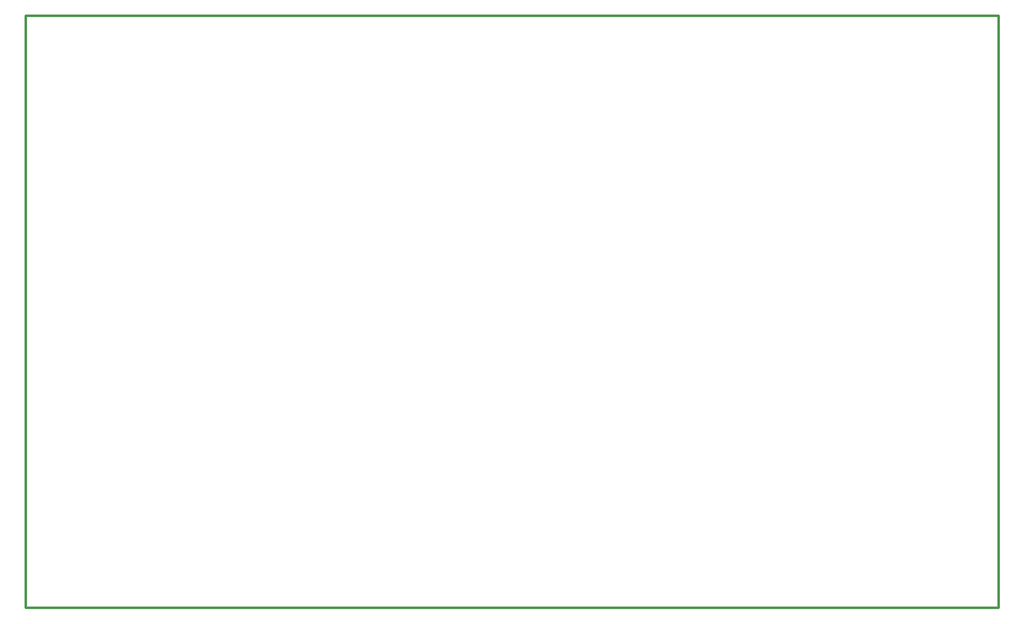
<source format=gko>
%FSTAX44Y44*%
%MOMM*%
G71*
G01*
G75*
G04 Layer_Color=16744960*
%ADD10C,0.6000*%
%ADD11C,1.0000*%
%ADD12C,1.5000*%
%ADD13C,2.0000*%
%ADD14O,2.0000X1.6000*%
%ADD15C,3.8100*%
%ADD16C,1.6000*%
%ADD17O,1.6000X2.0000*%
G04:AMPARAMS|DCode=18|XSize=1.6mm|YSize=2mm|CornerRadius=0.4mm|HoleSize=0mm|Usage=FLASHONLY|Rotation=180.000|XOffset=0mm|YOffset=0mm|HoleType=Round|Shape=RoundedRectangle|*
%AMROUNDEDRECTD18*
21,1,1.6000,1.2000,0,0,180.0*
21,1,0.8000,2.0000,0,0,180.0*
1,1,0.8000,-0.4000,0.6000*
1,1,0.8000,0.4000,0.6000*
1,1,0.8000,0.4000,-0.6000*
1,1,0.8000,-0.4000,-0.6000*
%
%ADD18ROUNDEDRECTD18*%
G04:AMPARAMS|DCode=19|XSize=2.54mm|YSize=4.064mm|CornerRadius=0.635mm|HoleSize=0mm|Usage=FLASHONLY|Rotation=180.000|XOffset=0mm|YOffset=0mm|HoleType=Round|Shape=RoundedRectangle|*
%AMROUNDEDRECTD19*
21,1,2.5400,2.7940,0,0,180.0*
21,1,1.2700,4.0640,0,0,180.0*
1,1,1.2700,-0.6350,1.3970*
1,1,1.2700,0.6350,1.3970*
1,1,1.2700,0.6350,-1.3970*
1,1,1.2700,-0.6350,-1.3970*
%
%ADD19ROUNDEDRECTD19*%
G04:AMPARAMS|DCode=20|XSize=4.064mm|YSize=2.54mm|CornerRadius=0.635mm|HoleSize=0mm|Usage=FLASHONLY|Rotation=180.000|XOffset=0mm|YOffset=0mm|HoleType=Round|Shape=RoundedRectangle|*
%AMROUNDEDRECTD20*
21,1,4.0640,1.2700,0,0,180.0*
21,1,2.7940,2.5400,0,0,180.0*
1,1,1.2700,-1.3970,0.6350*
1,1,1.2700,1.3970,0.6350*
1,1,1.2700,1.3970,-0.6350*
1,1,1.2700,-1.3970,-0.6350*
%
%ADD20ROUNDEDRECTD20*%
%ADD21C,2.5400*%
G04:AMPARAMS|DCode=22|XSize=2.032mm|YSize=2.032mm|CornerRadius=0.508mm|HoleSize=0mm|Usage=FLASHONLY|Rotation=90.000|XOffset=0mm|YOffset=0mm|HoleType=Round|Shape=RoundedRectangle|*
%AMROUNDEDRECTD22*
21,1,2.0320,1.0160,0,0,90.0*
21,1,1.0160,2.0320,0,0,90.0*
1,1,1.0160,0.5080,0.5080*
1,1,1.0160,0.5080,-0.5080*
1,1,1.0160,-0.5080,-0.5080*
1,1,1.0160,-0.5080,0.5080*
%
%ADD22ROUNDEDRECTD22*%
%ADD23C,2.0320*%
%ADD24O,2.5000X1.9000*%
%ADD25C,2.5000*%
%ADD26O,1.6000X1.4000*%
%ADD27O,1.6000X1.3000*%
%ADD28C,1.8000*%
%ADD29O,2.5000X1.6000*%
%ADD30O,2.0000X3.0000*%
%ADD31C,1.4000*%
%ADD32C,1.2000*%
%ADD33C,2.5000*%
%ADD34C,0.5000*%
%ADD35C,0.3000*%
%ADD36C,0.2540*%
%ADD37C,0.3048*%
%ADD38C,0.1780*%
%ADD39C,0.1778*%
%ADD40C,0.2000*%
%ADD41C,0.2500*%
%ADD42R,1.2000X10.2200*%
%ADD43O,2.2000X1.8000*%
%ADD44C,4.0132*%
%ADD45C,1.8032*%
%ADD46O,1.8000X2.2000*%
G04:AMPARAMS|DCode=47|XSize=1.8mm|YSize=2.2mm|CornerRadius=0.5mm|HoleSize=0mm|Usage=FLASHONLY|Rotation=180.000|XOffset=0mm|YOffset=0mm|HoleType=Round|Shape=RoundedRectangle|*
%AMROUNDEDRECTD47*
21,1,1.8000,1.2000,0,0,180.0*
21,1,0.8000,2.2000,0,0,180.0*
1,1,1.0000,-0.4000,0.6000*
1,1,1.0000,0.4000,0.6000*
1,1,1.0000,0.4000,-0.6000*
1,1,1.0000,-0.4000,-0.6000*
%
%ADD47ROUNDEDRECTD47*%
G04:AMPARAMS|DCode=48|XSize=2.7432mm|YSize=4.2672mm|CornerRadius=0.7366mm|HoleSize=0mm|Usage=FLASHONLY|Rotation=180.000|XOffset=0mm|YOffset=0mm|HoleType=Round|Shape=RoundedRectangle|*
%AMROUNDEDRECTD48*
21,1,2.7432,2.7940,0,0,180.0*
21,1,1.2700,4.2672,0,0,180.0*
1,1,1.4732,-0.6350,1.3970*
1,1,1.4732,0.6350,1.3970*
1,1,1.4732,0.6350,-1.3970*
1,1,1.4732,-0.6350,-1.3970*
%
%ADD48ROUNDEDRECTD48*%
G04:AMPARAMS|DCode=49|XSize=4.2672mm|YSize=2.7432mm|CornerRadius=0.7366mm|HoleSize=0mm|Usage=FLASHONLY|Rotation=180.000|XOffset=0mm|YOffset=0mm|HoleType=Round|Shape=RoundedRectangle|*
%AMROUNDEDRECTD49*
21,1,4.2672,1.2700,0,0,180.0*
21,1,2.7940,2.7432,0,0,180.0*
1,1,1.4732,-1.3970,0.6350*
1,1,1.4732,1.3970,0.6350*
1,1,1.4732,1.3970,-0.6350*
1,1,1.4732,-1.3970,-0.6350*
%
%ADD49ROUNDEDRECTD49*%
%ADD50C,2.7432*%
G04:AMPARAMS|DCode=51|XSize=2.2352mm|YSize=2.2352mm|CornerRadius=0.6096mm|HoleSize=0mm|Usage=FLASHONLY|Rotation=90.000|XOffset=0mm|YOffset=0mm|HoleType=Round|Shape=RoundedRectangle|*
%AMROUNDEDRECTD51*
21,1,2.2352,1.0160,0,0,90.0*
21,1,1.0160,2.2352,0,0,90.0*
1,1,1.2192,0.5080,0.5080*
1,1,1.2192,0.5080,-0.5080*
1,1,1.2192,-0.5080,-0.5080*
1,1,1.2192,-0.5080,0.5080*
%
%ADD51ROUNDEDRECTD51*%
%ADD52C,2.2352*%
%ADD53O,2.7032X2.1032*%
%ADD54C,2.7000*%
%ADD55O,1.8032X1.6032*%
%ADD56O,2.2032X1.8032*%
%ADD57O,1.8000X1.5000*%
%ADD58C,2.7032*%
%ADD59C,2.0032*%
%ADD60C,2.0000*%
%ADD61O,2.7000X1.8000*%
%ADD62O,2.5500X3.5500*%
%ADD63C,1.6032*%
D34*
X00381Y00254D02*
Y014605D01*
X023622D01*
Y00254D02*
Y014605D01*
X00381Y00254D02*
X023622D01*
M02*

</source>
